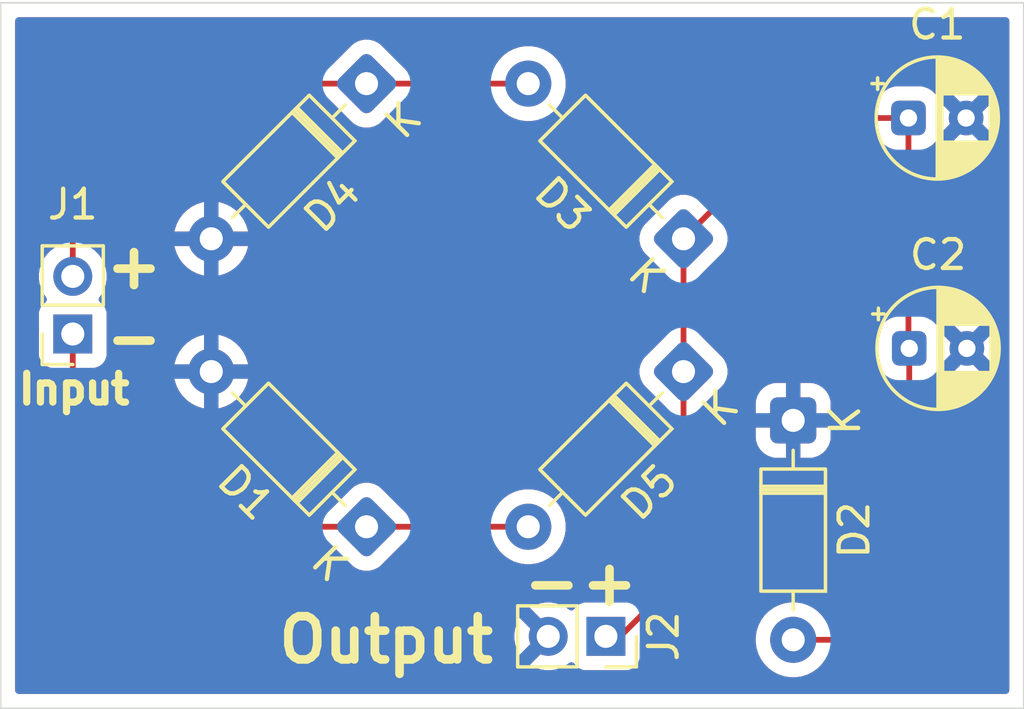
<source format=kicad_pcb>
(kicad_pcb (version 20241229) (generator "pcbnew") (generator_version "9.0")
  (layers (0 "F.Cu" signal) (2 "B.Cu" signal) (13 "F.Paste" user) (15 "B.Paste" user) (5 "F.SilkS" user "F.Silkscreen") (7 "B.SilkS" user "B.Silkscreen") (1 "F.Mask" user) (3 "B.Mask" user) (25 "Edge.Cuts" user))
  (net 0 "")
  (net 1 "Net-(D2--)")
  (net 2 "0")
  (net 3 "Net-(D1-K)")
  (net 4 "Net-(D3-A)")
  (footprint "Diode_THT:D_DO-35_SOD27_P7.62mm_Horizontal" (layer "F.Cu") (at 157.694077 101.805924 -135)
    (property "Reference" "D5" (at 3.81 -2.12 45) (layer "F.SilkS"))
    (property "Value" "1N4148")
    (fp_line (start 6.580001 0) (end 5.93 0) (stroke (width 0.12)) (layer "F.SilkS"))
    (fp_line (start 2.53 -1.12) (end 2.53 1.12) (stroke (width 0.12)) (layer "F.SilkS"))
    (fp_line (start 2.41 -1.12) (end 2.41 1.12) (stroke (width 0.12)) (layer "F.SilkS"))
    (fp_line (start 2.29 -1.12) (end 2.29 1.12) (stroke (width 0.12)) (layer "F.SilkS"))
    (fp_line (start 1.04 0) (end 1.689999 0) (stroke (width 0.12)) (layer "F.SilkS"))
    (fp_poly (pts (xy 1.69 -1.12) (xy 5.93 -1.12) (xy 5.93 1.12) (xy 1.69 1.12)) (stroke (width 0.12)) (fill no) (layer "F.SilkS"))
    (fp_text user "K" (at 0 -1.8 45) (layer "F.SilkS"))
    (pad "1" thru_hole roundrect (at 0 0 225) (size 1.6 1.6) (drill 0.8) (layers "*.Cu" "*.Mask") (roundrect_rratio 0.15625) (net 1 "Net-(D2--)"))
    (pad "2" thru_hole circle (at 7.62 0 225) (size 1.6 1.6) (drill 0.8) (layers "*.Cu" "*.Mask") (net 3 "Net-(D1-K)"))
  )
  (footprint "Diode_THT:D_DO-35_SOD27_P7.62mm_Horizontal" (layer "F.Cu") (at 157.694076 97.194076 135)
    (property "Reference" "D3" (at 3.81 -2.12 135) (layer "F.SilkS"))
    (property "Value" "1N4148")
    (fp_line (start 6.580001 0) (end 5.93 0) (stroke (width 0.12)) (layer "F.SilkS"))
    (fp_line (start 2.53 -1.12) (end 2.53 1.12) (stroke (width 0.12)) (layer "F.SilkS"))
    (fp_line (start 2.41 -1.12) (end 2.41 1.12) (stroke (width 0.12)) (layer "F.SilkS"))
    (fp_line (start 2.29 -1.12) (end 2.29 1.12) (stroke (width 0.12)) (layer "F.SilkS"))
    (fp_line (start 1.04 0) (end 1.689999 0) (stroke (width 0.12)) (layer "F.SilkS"))
    (fp_poly (pts (xy 1.69 -1.12) (xy 5.93 -1.12) (xy 5.93 1.12) (xy 1.69 1.12)) (stroke (width 0.12)) (fill no) (layer "F.SilkS"))
    (fp_text user "K" (at 0 -1.8 135) (layer "F.SilkS"))
    (pad "1" thru_hole roundrect (at 0 0 135) (size 1.6 1.6) (drill 0.8) (layers "*.Cu" "*.Mask") (roundrect_rratio 0.15625) (net 1 "Net-(D2--)"))
    (pad "2" thru_hole circle (at 7.62 0 135) (size 1.6 1.6) (drill 0.8) (layers "*.Cu" "*.Mask") (net 4 "Net-(D3-A)"))
  )
  (footprint "Diode_THT:D_DO-35_SOD27_P7.62mm_Horizontal" (layer "F.Cu") (at 161.5 103.5 -90)
    (property "Reference" "D2" (at 3.81 -2.12 90) (layer "F.SilkS"))
    (property "Value" "D")
    (fp_line (start 1.04 0) (end 1.689999 0) (stroke (width 0.12)) (layer "F.SilkS"))
    (fp_line (start 6.580001 0) (end 5.93 0) (stroke (width 0.12)) (layer "F.SilkS"))
    (fp_line (start 2.29 -1.12) (end 2.29 1.12) (stroke (width 0.12)) (layer "F.SilkS"))
    (fp_line (start 2.41 -1.12) (end 2.41 1.12) (stroke (width 0.12)) (layer "F.SilkS"))
    (fp_line (start 2.53 -1.12) (end 2.53 1.12) (stroke (width 0.12)) (layer "F.SilkS"))
    (fp_poly (pts (xy 1.69 -1.12) (xy 5.93 -1.12) (xy 5.93 1.12) (xy 1.69 1.12)) (stroke (width 0.12)) (fill no) (layer "F.SilkS"))
    (fp_text user "K" (at 0 -1.8 90) (layer "F.SilkS"))
    (pad "1" thru_hole roundrect (at 0 0 270) (size 1.6 1.6) (drill 0.8) (layers "*.Cu" "*.Mask") (roundrect_rratio 0.15625) (net 2 "0"))
    (pad "2" thru_hole circle (at 7.62 0 270) (size 1.6 1.6) (drill 0.8) (layers "*.Cu" "*.Mask") (net 1 "Net-(D2--)"))
  )
  (footprint "Connector_PinSocket_2.00mm:PinSocket_1x02_P2.00mm_Vertical" (layer "F.Cu") (at 155 111 -90)
    (property "Reference" "J2" (at 0 -2 90) (layer "F.SilkS"))
    (property "Value" "Conn_01x02_Socket")
    (fp_line (start -1.06 3.06) (end 1.06 3.06) (stroke (width 0.12)) (layer "F.SilkS"))
    (fp_line (start -1.06 1) (end -1.06 3.06) (stroke (width 0.12)) (layer "F.SilkS"))
    (fp_line (start -1.06 1) (end 1.06 1) (stroke (width 0.12)) (layer "F.SilkS"))
    (fp_line (start 1.06 1) (end 1.06 3.06) (stroke (width 0.12)) (layer "F.SilkS"))
    (fp_line (start 0 -1.06) (end 1.06 -1.06) (stroke (width 0.12)) (layer "F.SilkS"))
    (fp_line (start 1.06 -1.06) (end 1.06 0) (stroke (width 0.12)) (layer "F.SilkS"))
    (pad "1" thru_hole rect (at 0 0 270) (size 1.35 1.35) (drill 0.8) (layers "*.Cu" "*.Mask") (net 1 "Net-(D2--)"))
    (pad "2" thru_hole circle (at 0 2.000001 270) (size 1.35 1.35) (drill 0.8) (layers "*.Cu" "*.Mask") (net 2 "0"))
  )
  (footprint "Capacitor_THT:CP_Radial_D4.0mm_P2.00mm" (layer "F.Cu") (at 165.499999 93)
    (property "Reference" "C1" (at 1 -3.25 0) (layer "F.SilkS"))
    (property "Value" "10µF")
    (fp_line (start -1.269801 -1.195001) (end -0.869801 -1.195) (stroke (width 0.12)) (layer "F.SilkS"))
    (fp_line (start -1.069802 -1.395) (end -1.069801 -0.995) (stroke (width 0.12)) (layer "F.SilkS"))
    (fp_line (start 1 -2.08) (end 1 2.08) (stroke (width 0.12)) (layer "F.SilkS"))
    (fp_line (start 1.04 -2.08) (end 1.04 2.08) (stroke (width 0.12)) (layer "F.SilkS"))
    (fp_line (start 1.08 -2.078) (end 1.08 2.078) (stroke (width 0.12)) (layer "F.SilkS"))
    (fp_line (start 1.12 -2.077) (end 1.12 2.077) (stroke (width 0.12)) (layer "F.SilkS"))
    (fp_line (start 1.159999 -2.074) (end 1.159999 2.074) (stroke (width 0.12)) (layer "F.SilkS"))
    (fp_line (start 1.2 -2.071) (end 1.2 -0.84) (stroke (width 0.12)) (layer "F.SilkS"))
    (fp_line (start 1.2 0.84) (end 1.2 2.071) (stroke (width 0.12)) (layer "F.SilkS"))
    (fp_line (start 1.24 -2.066) (end 1.24 -0.84) (stroke (width 0.12)) (layer "F.SilkS"))
    (fp_line (start 1.24 0.84) (end 1.24 2.066) (stroke (width 0.12)) (layer "F.SilkS"))
    (fp_line (start 1.28 -2.061) (end 1.28 -0.84) (stroke (width 0.12)) (layer "F.SilkS"))
    (fp_line (start 1.28 0.84) (end 1.28 2.061) (stroke (width 0.12)) (layer "F.SilkS"))
    (fp_line (start 1.319999 -2.056) (end 1.32 -0.84) (stroke (width 0.12)) (layer "F.SilkS"))
    (fp_line (start 1.32 0.84) (end 1.319999 2.056) (stroke (width 0.12)) (layer "F.SilkS"))
    (fp_line (start 1.36 -2.049) (end 1.36 -0.84) (stroke (width 0.12)) (layer "F.SilkS"))
    (fp_line (start 1.36 0.84) (end 1.36 2.049) (stroke (width 0.12)) (layer "F.SilkS"))
    (fp_line (start 1.4 -2.042001) (end 1.4 -0.84) (stroke (width 0.12)) (layer "F.SilkS"))
    (fp_line (start 1.4 0.84) (end 1.4 2.042001) (stroke (width 0.12)) (layer "F.SilkS"))
    (fp_line (start 1.44 -2.034) (end 1.44 -0.84) (stroke (width 0.12)) (layer "F.SilkS"))
    (fp_line (start 1.44 0.84) (end 1.44 2.034) (stroke (width 0.12)) (layer "F.SilkS"))
    (fp_line (start 1.48 -2.025) (end 1.48 -0.84) (stroke (width 0.12)) (layer "F.SilkS"))
    (fp_line (start 1.48 0.84) (end 1.48 2.025) (stroke (width 0.12)) (layer "F.SilkS"))
    (fp_line (start 1.52 -2.015) (end 1.52 -0.84) (stroke (width 0.12)) (layer "F.SilkS"))
    (fp_line (start 1.52 0.84) (end 1.52 2.015) (stroke (width 0.12)) (layer "F.SilkS"))
    (fp_line (start 1.56 -2.005001) (end 1.56 -0.84) (stroke (width 0.12)) (layer "F.SilkS"))
    (fp_line (start 1.56 0.84) (end 1.56 2.005001) (stroke (width 0.12)) (layer "F.SilkS"))
    (fp_line (start 1.6 -1.993) (end 1.6 -0.84) (stroke (width 0.12)) (layer "F.SilkS"))
    (fp_line (start 1.6 0.84) (end 1.6 1.993) (stroke (width 0.12)) (layer "F.SilkS"))
    (fp_line (start 1.64 0.84) (end 1.640001 1.981) (stroke (width 0.12)) (layer "F.SilkS"))
    (fp_line (start 1.640001 -1.981) (end 1.64 -0.84) (stroke (width 0.12)) (layer "F.SilkS"))
    (fp_line (start 1.68 -1.968001) (end 1.68 -0.84) (stroke (width 0.12)) (layer "F.SilkS"))
    (fp_line (start 1.68 0.84) (end 1.68 1.968001) (stroke (width 0.12)) (layer "F.SilkS"))
    (fp_line (start 1.72 -1.954) (end 1.72 -0.84) (stroke (width 0.12)) (layer "F.SilkS"))
    (fp_line (start 1.72 0.84) (end 1.72 1.954) (stroke (width 0.12)) (layer "F.SilkS"))
    (fp_line (start 1.76 -1.939) (end 1.76 -0.84) (stroke (width 0.12)) (layer "F.SilkS"))
    (fp_line (start 1.76 0.84) (end 1.76 1.939) (stroke (width 0.12)) (layer "F.SilkS"))
    (fp_line (start 1.8 -1.923) (end 1.8 -0.84) (stroke (width 0.12)) (layer "F.SilkS"))
    (fp_line (start 1.8 0.84) (end 1.8 1.923) (stroke (width 0.12)) (layer "F.SilkS"))
    (fp_line (start 1.84 -1.906) (end 1.84 -0.84) (stroke (width 0.12)) (layer "F.SilkS"))
    (fp_line (start 1.84 0.84) (end 1.84 1.906) (stroke (width 0.12)) (layer "F.SilkS"))
    (fp_line (start 1.88 -1.889) (end 1.88 -0.84) (stroke (width 0.12)) (layer "F.SilkS"))
    (fp_line (start 1.88 0.84) (end 1.88 1.889) (stroke (width 0.12)) (layer "F.SilkS"))
    (fp_line (start 1.92 -1.87) (end 1.92 -0.84) (stroke (width 0.12)) (layer "F.SilkS"))
    (fp_line (start 1.92 0.84) (end 1.92 1.87) (stroke (width 0.12)) (layer "F.SilkS"))
    (fp_line (start 1.96 -1.85) (end 1.96 -0.84) (stroke (width 0.12)) (layer "F.SilkS"))
    (fp_line (start 1.96 0.84) (end 1.96 1.85) (stroke (width 0.12)) (layer "F.SilkS"))
    (fp_line (start 2 -1.829) (end 2 -0.84) (stroke (width 0.12)) (layer "F.SilkS"))
    (fp_line (start 2 0.84) (end 2 1.829) (stroke (width 0.12)) (layer "F.SilkS"))
    (fp_line (start 2.04 -1.807) (end 2.04 -0.84) (stroke (width 0.12)) (layer "F.SilkS"))
    (fp_line (start 2.04 0.84) (end 2.04 1.807) (stroke (width 0.12)) (layer "F.SilkS"))
    (fp_line (start 2.08 0.84) (end 2.080001 1.784) (stroke (width 0.12)) (layer "F.SilkS"))
    (fp_line (start 2.080001 -1.784) (end 2.08 -0.84) (stroke (width 0.12)) (layer "F.SilkS"))
    (fp_line (start 2.119999 -1.76) (end 2.12 -0.84) (stroke (width 0.12)) (layer "F.SilkS"))
    (fp_line (start 2.12 0.84) (end 2.119999 1.76) (stroke (width 0.12)) (layer "F.SilkS"))
    (fp_line (start 2.16 -1.734) (end 2.16 -0.84) (stroke (width 0.12)) (layer "F.SilkS"))
    (fp_line (start 2.16 0.84) (end 2.16 1.734) (stroke (width 0.12)) (layer "F.SilkS"))
    (fp_line (start 2.2 -1.707999) (end 2.2 -0.84) (stroke (width 0.12)) (layer "F.SilkS"))
    (fp_line (start 2.2 0.84) (end 2.2 1.707999) (stroke (width 0.12)) (layer "F.SilkS"))
    (fp_line (start 2.24 -1.68) (end 2.24 -0.84) (stroke (width 0.12)) (layer "F.SilkS"))
    (fp_line (start 2.24 0.84) (end 2.24 1.68) (stroke (width 0.12)) (layer "F.SilkS"))
    (fp_line (start 2.28 -1.65) (end 2.28 -0.84) (stroke (width 0.12)) (layer "F.SilkS"))
    (fp_line (start 2.28 0.84) (end 2.28 1.65) (stroke (width 0.12)) (layer "F.SilkS"))
    (fp_line (start 2.32 -1.619) (end 2.32 -0.84) (stroke (width 0.12)) (layer "F.SilkS"))
    (fp_line (start 2.32 0.84) (end 2.32 1.619) (stroke (width 0.12)) (layer "F.SilkS"))
    (fp_line (start 2.36 -1.585999) (end 2.36 -0.84) (stroke (width 0.12)) (layer "F.SilkS"))
    (fp_line (start 2.36 0.84) (end 2.36 1.585999) (stroke (width 0.12)) (layer "F.SilkS"))
    (fp_line (start 2.4 -1.552) (end 2.4 -0.84) (stroke (width 0.12)) (layer "F.SilkS"))
    (fp_line (start 2.4 0.84) (end 2.4 1.552) (stroke (width 0.12)) (layer "F.SilkS"))
    (fp_line (start 2.44 -1.515999) (end 2.44 -0.84) (stroke (width 0.12)) (layer "F.SilkS"))
    (fp_line (start 2.44 0.84) (end 2.44 1.515999) (stroke (width 0.12)) (layer "F.SilkS"))
    (fp_line (start 2.48 -1.478) (end 2.48 -0.84) (stroke (width 0.12)) (layer "F.SilkS"))
    (fp_line (start 2.48 0.84) (end 2.48 1.478) (stroke (width 0.12)) (layer "F.SilkS"))
    (fp_line (start 2.52 0.84) (end 2.520001 1.438) (stroke (width 0.12)) (layer "F.SilkS"))
    (fp_line (start 2.520001 -1.438) (end 2.52 -0.84) (stroke (width 0.12)) (layer "F.SilkS"))
    (fp_line (start 2.559999 -1.396) (end 2.56 -0.84) (stroke (width 0.12)) (layer "F.SilkS"))
    (fp_line (start 2.56 0.84) (end 2.559999 1.396) (stroke (width 0.12)) (layer "F.SilkS"))
    (fp_line (start 2.6 -1.351) (end 2.6 -0.84) (stroke (width 0.12)) (layer "F.SilkS"))
    (fp_line (start 2.6 0.84) (end 2.6 1.351) (stroke (width 0.12)) (layer "F.SilkS"))
    (fp_line (start 2.64 -1.303) (end 2.64 -0.84) (stroke (width 0.12)) (layer "F.SilkS"))
    (fp_line (start 2.64 0.84) (end 2.64 1.303) (stroke (width 0.12)) (layer "F.SilkS"))
    (fp_line (start 2.68 -1.253) (end 2.68 -0.84) (stroke (width 0.12)) (layer "F.SilkS"))
    (fp_line (start 2.68 0.84) (end 2.68 1.253) (stroke (width 0.12)) (layer "F.SilkS"))
    (fp_line (start 2.719999 -1.199) (end 2.72 -0.84) (stroke (width 0.12)) (layer "F.SilkS"))
    (fp_line (start 2.72 0.84) (end 2.719999 1.199) (stroke (width 0.12)) (layer "F.SilkS"))
    (fp_line (start 2.76 -1.142) (end 2.76 -0.84) (stroke (width 0.12)) (layer "F.SilkS"))
    (fp_line (start 2.76 0.84) (end 2.76 1.142) (stroke (width 0.12)) (layer "F.SilkS"))
    (fp_line (start 2.8 -1.08) (end 2.8 -0.84) (stroke (width 0.12)) (layer "F.SilkS"))
    (fp_line (start 2.8 0.84) (end 2.8 1.08) (stroke (width 0.12)) (layer "F.SilkS"))
    (fp_line (start 2.84 -1.013) (end 2.84 1.013) (stroke (width 0.12)) (layer "F.SilkS"))
    (fp_line (start 2.88 -0.94) (end 2.88 0.94) (stroke (width 0.12)) (layer "F.SilkS"))
    (fp_line (start 2.92 -0.859) (end 2.92 0.859) (stroke (width 0.12)) (layer "F.SilkS"))
    (fp_line (start 2.96 -0.768) (end 2.96 0.768) (stroke (width 0.12)) (layer "F.SilkS"))
    (fp_line (start 3 -0.663) (end 3 0.663) (stroke (width 0.12)) (layer "F.SilkS"))
    (fp_line (start 3.04 -0.537) (end 3.04 0.537) (stroke (width 0.12)) (layer "F.SilkS"))
    (fp_line (start 3.079999 -0.37) (end 3.079999 0.37) (stroke (width 0.12)) (layer "F.SilkS"))
    (fp_circle (center 1 0) (end 3.12 0) (stroke (width 0.12)) (fill no) (layer "F.SilkS"))
    (pad "1" thru_hole roundrect (at 0 0) (size 1.2 1.2) (drill 0.6) (layers "*.Cu" "*.Mask") (roundrect_rratio 0.208333) (net 1 "Net-(D2--)"))
    (pad "2" thru_hole circle (at 2.000001 0) (size 1.2 1.2) (drill 0.6) (layers "*.Cu" "*.Mask") (net 2 "0"))
  )
  (footprint "Diode_THT:D_DO-35_SOD27_P7.62mm_Horizontal" (layer "F.Cu") (at 146.694077 107.194077 135)
    (property "Reference" "D1" (at 3.81 -2.12 135) (layer "F.SilkS"))
    (property "Value" "1N4148")
    (fp_line (start 6.580001 0) (end 5.93 0) (stroke (width 0.12)) (layer "F.SilkS"))
    (fp_line (start 2.53 -1.12) (end 2.53 1.12) (stroke (width 0.12)) (layer "F.SilkS"))
    (fp_line (start 2.41 -1.12) (end 2.41 1.12) (stroke (width 0.12)) (layer "F.SilkS"))
    (fp_line (start 2.29 -1.12) (end 2.29 1.12) (stroke (width 0.12)) (layer "F.SilkS"))
    (fp_line (start 1.04 0) (end 1.689999 0) (stroke (width 0.12)) (layer "F.SilkS"))
    (fp_poly (pts (xy 1.69 -1.12) (xy 5.93 -1.12) (xy 5.93 1.12) (xy 1.69 1.12)) (stroke (width 0.12)) (fill no) (layer "F.SilkS"))
    (fp_text user "K" (at 0 -1.8 135) (layer "F.SilkS"))
    (pad "1" thru_hole roundrect (at 0 0 135) (size 1.6 1.6) (drill 0.8) (layers "*.Cu" "*.Mask") (roundrect_rratio 0.15625) (net 3 "Net-(D1-K)"))
    (pad "2" thru_hole circle (at 7.62 0 135) (size 1.6 1.6) (drill 0.8) (layers "*.Cu" "*.Mask") (net 2 "0"))
  )
  (footprint "Connector_PinSocket_2.00mm:PinSocket_1x02_P2.00mm_Vertical" (layer "F.Cu") (at 136.5 100.5 180)
    (property "Reference" "J1" (at 0 4.5 0) (layer "F.SilkS"))
    (property "Value" "Conn_01x02_Socket")
    (fp_line (start 1.06 1) (end 1.06 3.06) (stroke (width 0.12)) (layer "F.SilkS"))
    (fp_line (start 1.06 -1.06) (end 1.06 0) (stroke (width 0.12)) (layer "F.SilkS"))
    (fp_line (start 0 -1.06) (end 1.06 -1.06) (stroke (width 0.12)) (layer "F.SilkS"))
    (fp_line (start -1.06 3.06) (end 1.06 3.06) (stroke (width 0.12)) (layer "F.SilkS"))
    (fp_line (start -1.06 1) (end 1.06 1) (stroke (width 0.12)) (layer "F.SilkS"))
    (fp_line (start -1.06 1) (end -1.06 3.06) (stroke (width 0.12)) (layer "F.SilkS"))
    (pad "1" thru_hole rect (at 0 0 180) (size 1.35 1.35) (drill 0.8) (layers "*.Cu" "*.Mask") (net 3 "Net-(D1-K)"))
    (pad "2" thru_hole circle (at 0 2.000001 180) (size 1.35 1.35) (drill 0.8) (layers "*.Cu" "*.Mask") (net 4 "Net-(D3-A)"))
  )
  (footprint "Diode_THT:D_DO-35_SOD27_P7.62mm_Horizontal" (layer "F.Cu") (at 146.694077 91.805924 -135)
    (property "Reference" "D4" (at 3.81 -2.12 45) (layer "F.SilkS"))
    (property "Value" "1N4148")
    (fp_line (start 6.580001 0) (end 5.93 0) (stroke (width 0.12)) (layer "F.SilkS"))
    (fp_line (start 2.53 -1.12) (end 2.53 1.12) (stroke (width 0.12)) (layer "F.SilkS"))
    (fp_line (start 2.41 -1.12) (end 2.41 1.12) (stroke (width 0.12)) (layer "F.SilkS"))
    (fp_line (start 2.29 -1.12) (end 2.29 1.12) (stroke (width 0.12)) (layer "F.SilkS"))
    (fp_line (start 1.04 0) (end 1.689999 0) (stroke (width 0.12)) (layer "F.SilkS"))
    (fp_poly (pts (xy 1.69 -1.12) (xy 5.93 -1.12) (xy 5.93 1.12) (xy 1.69 1.12)) (stroke (width 0.12)) (fill no) (layer "F.SilkS"))
    (fp_text user "K" (at 0 -1.8 45) (layer "F.SilkS"))
    (pad "1" thru_hole roundrect (at 0 0 225) (size 1.6 1.6) (drill 0.8) (layers "*.Cu" "*.Mask") (roundrect_rratio 0.15625) (net 4 "Net-(D3-A)"))
    (pad "2" thru_hole circle (at 7.62 0 225) (size 1.6 1.6) (drill 0.8) (layers "*.Cu" "*.Mask") (net 2 "0"))
  )
  (footprint "Capacitor_THT:CP_Radial_D4.0mm_P2.00mm" (layer "F.Cu") (at 165.527401 101)
    (property "Reference" "C2" (at 1 -3.25 0) (layer "F.SilkS"))
    (property "Value" "10µF")
    (fp_line (start -1.269801 -1.195001) (end -0.869801 -1.195) (stroke (width 0.12)) (layer "F.SilkS"))
    (fp_line (start -1.069802 -1.395) (end -1.069801 -0.995) (stroke (width 0.12)) (layer "F.SilkS"))
    (fp_line (start 1 -2.08) (end 1 2.08) (stroke (width 0.12)) (layer "F.SilkS"))
    (fp_line (start 1.04 -2.08) (end 1.04 2.08) (stroke (width 0.12)) (layer "F.SilkS"))
    (fp_line (start 1.08 -2.078) (end 1.08 2.078) (stroke (width 0.12)) (layer "F.SilkS"))
    (fp_line (start 1.12 -2.077) (end 1.12 2.077) (stroke (width 0.12)) (layer "F.SilkS"))
    (fp_line (start 1.159999 -2.074) (end 1.159999 2.074) (stroke (width 0.12)) (layer "F.SilkS"))
    (fp_line (start 1.2 -2.071) (end 1.2 -0.84) (stroke (width 0.12)) (layer "F.SilkS"))
    (fp_line (start 1.2 0.84) (end 1.2 2.071) (stroke (width 0.12)) (layer "F.SilkS"))
    (fp_line (start 1.24 -2.066) (end 1.24 -0.84) (stroke (width 0.12)) (layer "F.SilkS"))
    (fp_line (start 1.24 0.84) (end 1.24 2.066) (stroke (width 0.12)) (layer "F.SilkS"))
    (fp_line (start 1.28 -2.061) (end 1.28 -0.84) (stroke (width 0.12)) (layer "F.SilkS"))
    (fp_line (start 1.28 0.84) (end 1.28 2.061) (stroke (width 0.12)) (layer "F.SilkS"))
    (fp_line (start 1.319999 -2.056) (end 1.32 -0.84) (stroke (width 0.12)) (layer "F.SilkS"))
    (fp_line (start 1.32 0.84) (end 1.319999 2.056) (stroke (width 0.12)) (layer "F.SilkS"))
    (fp_line (start 1.36 -2.049) (end 1.36 -0.84) (stroke (width 0.12)) (layer "F.SilkS"))
    (fp_line (start 1.36 0.84) (end 1.36 2.049) (stroke (width 0.12)) (layer "F.SilkS"))
    (fp_line (start 1.4 -2.042001) (end 1.4 -0.84) (stroke (width 0.12)) (layer "F.SilkS"))
    (fp_line (start 1.4 0.84) (end 1.4 2.042001) (stroke (width 0.12)) (layer "F.SilkS"))
    (fp_line (start 1.44 -2.034) (end 1.44 -0.84) (stroke (width 0.12)) (layer "F.SilkS"))
    (fp_line (start 1.44 0.84) (end 1.44 2.034) (stroke (width 0.12)) (layer "F.SilkS"))
    (fp_line (start 1.48 -2.025) (end 1.48 -0.84) (stroke (width 0.12)) (layer "F.SilkS"))
    (fp_line (start 1.48 0.84) (end 1.48 2.025) (stroke (width 0.12)) (layer "F.SilkS"))
    (fp_line (start 1.52 -2.015) (end 1.52 -0.84) (stroke (width 0.12)) (layer "F.SilkS"))
    (fp_line (start 1.52 0.84) (end 1.52 2.015) (stroke (width 0.12)) (layer "F.SilkS"))
    (fp_line (start 1.56 -2.005001) (end 1.56 -0.84) (stroke (width 0.12)) (layer "F.SilkS"))
    (fp_line (start 1.56 0.84) (end 1.56 2.005001) (stroke (width 0.12)) (layer "F.SilkS"))
    (fp_line (start 1.6 -1.993) (end 1.6 -0.84) (stroke (width 0.12)) (layer "F.SilkS"))
    (fp_line (start 1.6 0.84) (end 1.6 1.993) (stroke (width 0.12)) (layer "F.SilkS"))
    (fp_line (start 1.64 0.84) (end 1.640001 1.981) (stroke (width 0.12)) (layer "F.SilkS"))
    (fp_line (start 1.640001 -1.981) (end 1.64 -0.84) (stroke (width 0.12)) (layer "F.SilkS"))
    (fp_line (start 1.68 -1.968001) (end 1.68 -0.84) (stroke (width 0.12)) (layer "F.SilkS"))
    (fp_line (start 1.68 0.84) (end 1.68 1.968001) (stroke (width 0.12)) (layer "F.SilkS"))
    (fp_line (start 1.72 -1.954) (end 1.72 -0.84) (stroke (width 0.12)) (layer "F.SilkS"))
    (fp_line (start 1.72 0.84) (end 1.72 1.954) (stroke (width 0.12)) (layer "F.SilkS"))
    (fp_line (start 1.76 -1.939) (end 1.76 -0.84) (stroke (width 0.12)) (layer "F.SilkS"))
    (fp_line (start 1.76 0.84) (end 1.76 1.939) (stroke (width 0.12)) (layer "F.SilkS"))
    (fp_line (start 1.8 -1.923) (end 1.8 -0.84) (stroke (width 0.12)) (layer "F.SilkS"))
    (fp_line (start 1.8 0.84) (end 1.8 1.923) (stroke (width 0.12)) (layer "F.SilkS"))
    (fp_line (start 1.84 -1.906) (end 1.84 -0.84) (stroke (width 0.12)) (layer "F.SilkS"))
    (fp_line (start 1.84 0.84) (end 1.84 1.906) (stroke (width 0.12)) (layer "F.SilkS"))
    (fp_line (start 1.88 -1.889) (end 1.88 -0.84) (stroke (width 0.12)) (layer "F.SilkS"))
    (fp_line (start 1.88 0.84) (end 1.88 1.889) (stroke (width 0.12)) (layer "F.SilkS"))
    (fp_line (start 1.92 -1.87) (end 1.92 -0.84) (stroke (width 0.12)) (layer "F.SilkS"))
    (fp_line (start 1.92 0.84) (end 1.92 1.87) (stroke (width 0.12)) (layer "F.SilkS"))
    (fp_line (start 1.96 -1.85) (end 1.96 -0.84) (stroke (width 0.12)) (layer "F.SilkS"))
    (fp_line (start 1.96 0.84) (end 1.96 1.85) (stroke (width 0.12)) (layer "F.SilkS"))
    (fp_line (start 2 -1.829) (end 2 -0.84) (stroke (width 0.12)) (layer "F.SilkS"))
    (fp_line (start 2 0.84) (end 2 1.829) (stroke (width 0.12)) (layer "F.SilkS"))
    (fp_line (start 2.04 -1.807) (end 2.04 -0.84) (stroke (width 0.12)) (layer "F.SilkS"))
    (fp_line (start 2.04 0.84) (end 2.04 1.807) (stroke (width 0.12)) (layer "F.SilkS"))
    (fp_line (start 2.08 0.84) (end 2.080001 1.784) (stroke (width 0.12)) (layer "F.SilkS"))
    (fp_line (start 2.080001 -1.784) (end 2.08 -0.84) (stroke (width 0.12)) (layer "F.SilkS"))
    (fp_line (start 2.119999 -1.76) (end 2.12 -0.84) (stroke (width 0.12)) (layer "F.SilkS"))
    (fp_line (start 2.12 0.84) (end 2.119999 1.76) (stroke (width 0.12)) (layer "F.SilkS"))
    (fp_line (start 2.16 -1.734) (end 2.16 -0.84) (stroke (width 0.12)) (layer "F.SilkS"))
    (fp_line (start 2.16 0.84) (end 2.16 1.734) (stroke (width 0.12)) (layer "F.SilkS"))
    (fp_line (start 2.2 -1.707999) (end 2.2 -0.84) (stroke (width 0.12)) (layer "F.SilkS"))
    (fp_line (start 2.2 0.84) (end 2.2 1.707999) (stroke (width 0.12)) (layer "F.SilkS"))
    (fp_line (start 2.24 -1.68) (end 2.24 -0.84) (stroke (width 0.12)) (layer "F.SilkS"))
    (fp_line (start 2.24 0.84) (end 2.24 1.68) (stroke (width 0.12)) (layer "F.SilkS"))
    (fp_line (start 2.28 -1.65) (end 2.28 -0.84) (stroke (width 0.12)) (layer "F.SilkS"))
    (fp_line (start 2.28 0.84) (end 2.28 1.65) (stroke (width 0.12)) (layer "F.SilkS"))
    (fp_line (start 2.32 -1.619) (end 2.32 -0.84) (stroke (width 0.12)) (layer "F.SilkS"))
    (fp_line (start 2.32 0.84) (end 2.32 1.619) (stroke (width 0.12)) (layer "F.SilkS"))
    (fp_line (start 2.36 -1.585999) (end 2.36 -0.84) (stroke (width 0.12)) (layer "F.SilkS"))
    (fp_line (start 2.36 0.84) (end 2.36 1.585999) (stroke (width 0.12)) (layer "F.SilkS"))
    (fp_line (start 2.4 -1.552) (end 2.4 -0.84) (stroke (width 0.12)) (layer "F.SilkS"))
    (fp_line (start 2.4 0.84) (end 2.4 1.552) (stroke (width 0.12)) (layer "F.SilkS"))
    (fp_line (start 2.44 -1.515999) (end 2.44 -0.84) (stroke (width 0.12)) (layer "F.SilkS"))
    (fp_line (start 2.44 0.84) (end 2.44 1.515999) (stroke (width 0.12)) (layer "F.SilkS"))
    (fp_line (start 2.48 -1.478) (end 2.48 -0.84) (stroke (width 0.12)) (layer "F.SilkS"))
    (fp_line (start 2.48 0.84) (end 2.48 1.478) (stroke (width 0.12)) (layer "F.SilkS"))
    (fp_line (start 2.52 0.84) (end 2.520001 1.438) (stroke (width 0.12)) (layer "F.SilkS"))
    (fp_line (start 2.520001 -1.438) (end 2.52 -0.84) (stroke (width 0.12)) (layer "F.SilkS"))
    (fp_line (start 2.559999 -1.396) (end 2.56 -0.84) (stroke (width 0.12)) (layer "F.SilkS"))
    (fp_line (start 2.56 0.84) (end 2.559999 1.396) (stroke (width 0.12)) (layer "F.SilkS"))
    (fp_line (start 2.6 -1.351) (end 2.6 -0.84) (stroke (width 0.12)) (layer "F.SilkS"))
    (fp_line (start 2.6 0.84) (end 2.6 1.351) (stroke (width 0.12)) (layer "F.SilkS"))
    (fp_line (start 2.64 -1.303) (end 2.64 -0.84) (stroke (width 0.12)) (layer "F.SilkS"))
    (fp_line (start 2.64 0.84) (end 2.64 1.303) (stroke (width 0.12)) (layer "F.SilkS"))
    (fp_line (start 2.68 -1.253) (end 2.68 -0.84) (stroke (width 0.12)) (layer "F.SilkS"))
    (fp_line (start 2.68 0.84) (end 2.68 1.253) (stroke (width 0.12)) (layer "F.SilkS"))
    (fp_line (start 2.719999 -1.199) (end 2.72 -0.84) (stroke (width 0.12)) (layer "F.SilkS"))
    (fp_line (start 2.72 0.84) (end 2.719999 1.199) (stroke (width 0.12)) (layer "F.SilkS"))
    (fp_line (start 2.76 -1.142) (end 2.76 -0.84) (stroke (width 0.12)) (layer "F.SilkS"))
    (fp_line (start 2.76 0.84) (end 2.76 1.142) (stroke (width 0.12)) (layer "F.SilkS"))
    (fp_line (start 2.8 -1.08) (end 2.8 -0.84) (stroke (width 0.12)) (layer "F.SilkS"))
    (fp_line (start 2.8 0.84) (end 2.8 1.08) (stroke (width 0.12)) (layer "F.SilkS"))
    (fp_line (start 2.84 -1.013) (end 2.84 1.013) (stroke (width 0.12)) (layer "F.SilkS"))
    (fp_line (start 2.88 -0.94) (end 2.88 0.94) (stroke (width 0.12)) (layer "F.SilkS"))
    (fp_line (start 2.92 -0.859) (end 2.92 0.859) (stroke (width 0.12)) (layer "F.SilkS"))
    (fp_line (start 2.96 -0.768) (end 2.96 0.768) (stroke (width 0.12)) (layer "F.SilkS"))
    (fp_line (start 3 -0.663) (end 3 0.663) (stroke (width 0.12)) (layer "F.SilkS"))
    (fp_line (start 3.04 -0.537) (end 3.04 0.537) (stroke (width 0.12)) (layer "F.SilkS"))
    (fp_line (start 3.079999 -0.37) (end 3.079999 0.37) (stroke (width 0.12)) (layer "F.SilkS"))
    (fp_circle (center 1 0) (end 3.12 0) (stroke (width 0.12)) (fill no) (layer "F.SilkS"))
    (pad "1" thru_hole roundrect (at 0 0) (size 1.2 1.2) (drill 0.6) (layers "*.Cu" "*.Mask") (roundrect_rratio 0.208333) (net 1 "Net-(D2--)"))
    (pad "2" thru_hole circle (at 2.000001 0) (size 1.2 1.2) (drill 0.6) (layers "*.Cu" "*.Mask") (net 2 "0"))
  )
  (gr_rect (start 134 89) (end 169.5 113.5) (stroke (width 0.05)) (fill no) (layer "Edge.Cuts"))
  (gr_text "+" (at 137.5 99 0) (layer "F.SilkS") (effects (font (size 1.5 1.5) (thickness 0.3) (bold yes)) (justify left bottom)))
  (gr_text "Output" (at 143.5 112 0) (layer "F.SilkS") (effects (font (size 1.5 1.5) (thickness 0.3) (bold yes)) (justify left bottom)))
  (gr_text "+" (at 154 110 0) (layer "F.SilkS") (effects (font (size 1.5 1.5) (thickness 0.3) (bold yes)) (justify left bottom)))
  (gr_text "Input" (at 134.5 103 0) (layer "F.SilkS") (effects (font (size 1 1) (thickness 0.25) (bold yes)) (justify left bottom)))
  (gr_text "-" (at 152 110 0) (layer "F.SilkS") (effects (font (size 1.5 1.5) (thickness 0.3) (bold yes)) (justify left bottom)))
  (gr_text "-" (at 137.5 101.5 0) (layer "F.SilkS") (effects (font (size 1.5 1.5) (thickness 0.3) (bold yes)) (justify left bottom)))
  (segment (start 155.5 111) (end 155 111) (width 0.2) (layer "F.Cu") (net 1))
  (segment (start 161.5 111.12) (end 163.38 111.12) (width 0.2) (layer "F.Cu") (net 1))
  (segment (start 165.499999 93) (end 165.499999 100.972598) (width 0.2) (layer "F.Cu") (net 1))
  (segment (start 161.888152 93) (end 157.694076 97.194076) (width 0.2) (layer "F.Cu") (net 1))
  (segment (start 157.694077 101.805924) (end 157.694077 108.805923) (width 0.2) (layer "F.Cu") (net 1))
  (segment (start 165.499999 100.972598) (end 165.527401 101) (width 0.2) (layer "F.Cu") (net 1))
  (segment (start 163.38 111.12) (end 165.527401 108.972599) (width 0.2) (layer "F.Cu") (net 1))
  (segment (start 165.527401 108.972599) (end 165.527401 101) (width 0.2) (layer "F.Cu") (net 1))
  (segment (start 157.694077 108.805923) (end 155.5 111) (width 0.2) (layer "F.Cu") (net 1))
  (segment (start 157.694076 97.194076) (end 157.694077 101.805924) (width 0.2) (layer "F.Cu") (net 1))
  (segment (start 165.499999 93) (end 161.888152 93) (width 0.2) (layer "F.Cu") (net 1))
  (segment (start 139.694077 107.194077) (end 136.5 104) (width 0.2) (layer "F.Cu") (net 3))
  (segment (start 152.305923 107.194078) (end 146.694077 107.194077) (width 0.2) (layer "F.Cu") (net 3))
  (segment (start 146.694077 107.194077) (end 139.694077 107.194077) (width 0.2) (layer "F.Cu") (net 3))
  (segment (start 136.5 104) (end 136.5 100.5) (width 0.2) (layer "F.Cu") (net 3))
  (segment (start 139.694076 91.805924) (end 146.694077 91.805924) (width 0.2) (layer "F.Cu") (net 4))
  (segment (start 146.805924 91.805924) (end 146.805926 91.805922) (width 0.2) (layer "F.Cu") (net 4))
  (segment (start 146.805926 91.805922) (end 152.305922 91.805922) (width 0.2) (layer "F.Cu") (net 4))
  (segment (start 146.694077 91.805924) (end 146.805924 91.805924) (width 0.2) (layer "F.Cu") (net 4))
  (segment (start 136.5 98.499999) (end 136.5 95) (width 0.2) (layer "F.Cu") (net 4))
  (segment (start 136.5 95) (end 139.694076 91.805924) (width 0.2) (layer "F.Cu") (net 4))
  (zone (net 2) (net_name "0") (layers "F.Cu" "B.Cu") (connect_pads (clearance 0.5)) (min_thickness 0.25) (fill yes (thermal_gap 0.5) (thermal_bridge_width 0.5))
    (polygon (pts (xy 134 89) (xy 169.5 89) (xy 169.5 113.5) (xy 134 113.5)))
  )
)
</source>
